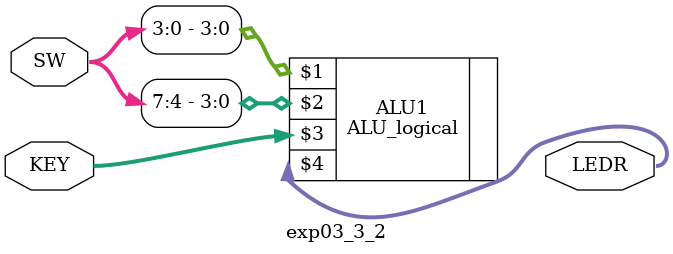
<source format=v>


module exp03_3_2(

	//////////// KEY //////////
	input 		     [2:0]		KEY,

	//////////// SW //////////
	input 		     [7:0]		SW,

	//////////// LED //////////
	output		     [6:0]		LEDR
);



//=======================================================
//  REG/WIRE declarations
//=======================================================

ALU_logical ALU1(SW[3:0], SW[7:4], KEY[2:0], LEDR);

//=======================================================
//  Structural coding
//=======================================================



endmodule

</source>
